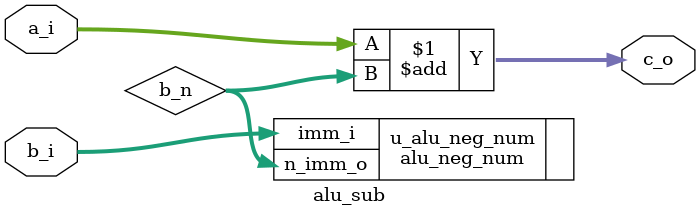
<source format=v>
`timescale 1ns / 1ps


module alu_sub(
    input       [31:0]  a_i,
    input       [31:0]  b_i,
    output      [31:0]  c_o
    );
    wire [31:0] b_n;

    alu_neg_num u_alu_neg_num (
        .imm_i      (b_i),
        .n_imm_o    (b_n)
    );
    assign c_o = a_i + b_n;
endmodule

</source>
